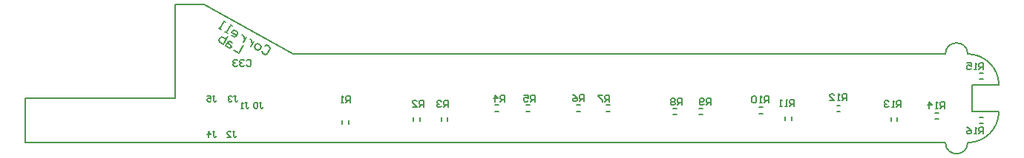
<source format=gbo>
%FSLAX23Y23*%
%MOIN*%
G70*
G01*
G75*
G04 Layer_Color=32896*
%ADD10R,0.028X0.035*%
%ADD11R,0.063X0.016*%
%ADD12R,0.014X0.063*%
%ADD13O,0.055X0.018*%
%ADD14R,0.035X0.031*%
%ADD15C,0.015*%
%ADD16C,0.020*%
%ADD17C,0.007*%
%ADD18C,0.005*%
%ADD19C,0.059*%
%ADD20C,0.100*%
%ADD21R,0.059X0.059*%
%ADD22C,0.029*%
%ADD23R,0.039X0.020*%
%ADD24R,0.020X0.039*%
%ADD25R,0.035X0.028*%
%ADD26C,0.010*%
%ADD27C,0.024*%
%ADD28C,0.010*%
%ADD29C,0.008*%
%ADD30R,0.030X0.037*%
%ADD31R,0.065X0.018*%
%ADD32R,0.016X0.065*%
%ADD33O,0.057X0.020*%
%ADD34R,0.037X0.033*%
%ADD35C,0.061*%
%ADD36C,0.102*%
%ADD37R,0.061X0.061*%
%ADD38R,0.041X0.022*%
%ADD39R,0.022X0.041*%
%ADD40R,0.037X0.030*%
D18*
X5530Y3840D02*
Y3870D01*
X5515D01*
X5510Y3865D01*
Y3855D01*
X5515Y3850D01*
X5530D01*
X5520D02*
X5510Y3840D01*
X5500D02*
X5490D01*
X5495D01*
Y3870D01*
X5500Y3865D01*
X5455Y3870D02*
X5465Y3865D01*
X5475Y3855D01*
Y3845D01*
X5470Y3840D01*
X5460D01*
X5455Y3845D01*
Y3850D01*
X5460Y3855D01*
X5475D01*
X5530Y4130D02*
Y4160D01*
X5515D01*
X5510Y4155D01*
Y4145D01*
X5515Y4140D01*
X5530D01*
X5520D02*
X5510Y4130D01*
X5500D02*
X5490D01*
X5495D01*
Y4160D01*
X5500Y4155D01*
X5455Y4160D02*
X5475D01*
Y4145D01*
X5465Y4150D01*
X5460D01*
X5455Y4145D01*
Y4135D01*
X5460Y4130D01*
X5470D01*
X5475Y4135D01*
X3515Y3985D02*
Y4015D01*
X3500D01*
X3495Y4010D01*
Y4000D01*
X3500Y3995D01*
X3515D01*
X3505D02*
X3495Y3985D01*
X3465Y4015D02*
X3485D01*
Y4000D01*
X3475Y4005D01*
X3470D01*
X3465Y4000D01*
Y3990D01*
X3470Y3985D01*
X3480D01*
X3485Y3990D01*
X2220Y4150D02*
X2225Y4145D01*
X2235D01*
X2240Y4150D01*
Y4170D01*
X2235Y4175D01*
X2225D01*
X2220Y4170D01*
X2210Y4150D02*
X2205Y4145D01*
X2195D01*
X2190Y4150D01*
Y4155D01*
X2195Y4160D01*
X2200D01*
X2195D01*
X2190Y4165D01*
Y4170D01*
X2195Y4175D01*
X2205D01*
X2210Y4170D01*
X2180Y4150D02*
X2175Y4145D01*
X2165D01*
X2160Y4150D01*
Y4155D01*
X2165Y4160D01*
X2170D01*
X2165D01*
X2160Y4165D01*
Y4170D01*
X2165Y4175D01*
X2175D01*
X2180Y4170D01*
X2685Y3980D02*
Y4010D01*
X2670D01*
X2665Y4005D01*
Y3995D01*
X2670Y3990D01*
X2685D01*
X2675D02*
X2665Y3980D01*
X2655D02*
X2645D01*
X2650D01*
Y4010D01*
X2655Y4005D01*
X3016Y3961D02*
Y3991D01*
X3001D01*
X2996Y3986D01*
Y3976D01*
X3001Y3971D01*
X3016D01*
X3006D02*
X2996Y3961D01*
X2966D02*
X2986D01*
X2966Y3981D01*
Y3986D01*
X2971Y3991D01*
X2981D01*
X2986Y3986D01*
X3125Y3960D02*
Y3990D01*
X3110D01*
X3105Y3985D01*
Y3975D01*
X3110Y3970D01*
X3125D01*
X3115D02*
X3105Y3960D01*
X3095Y3985D02*
X3090Y3990D01*
X3080D01*
X3075Y3985D01*
Y3980D01*
X3080Y3975D01*
X3085D01*
X3080D01*
X3075Y3970D01*
Y3965D01*
X3080Y3960D01*
X3090D01*
X3095Y3965D01*
X3380Y3985D02*
Y4015D01*
X3365D01*
X3360Y4010D01*
Y4000D01*
X3365Y3995D01*
X3380D01*
X3370D02*
X3360Y3985D01*
X3335D02*
Y4015D01*
X3350Y4000D01*
X3330D01*
X3736Y3986D02*
Y4016D01*
X3721D01*
X3716Y4011D01*
Y4001D01*
X3721Y3996D01*
X3736D01*
X3726D02*
X3716Y3986D01*
X3686Y4016D02*
X3696Y4011D01*
X3706Y4001D01*
Y3991D01*
X3701Y3986D01*
X3691D01*
X3686Y3991D01*
Y3996D01*
X3691Y4001D01*
X3706D01*
X3850Y3985D02*
Y4015D01*
X3835D01*
X3830Y4010D01*
Y4000D01*
X3835Y3995D01*
X3850D01*
X3840D02*
X3830Y3985D01*
X3820Y4015D02*
X3800D01*
Y4010D01*
X3820Y3990D01*
Y3985D01*
X4175Y3970D02*
Y4000D01*
X4160D01*
X4155Y3995D01*
Y3985D01*
X4160Y3980D01*
X4175D01*
X4165D02*
X4155Y3970D01*
X4145Y3995D02*
X4140Y4000D01*
X4130D01*
X4125Y3995D01*
Y3990D01*
X4130Y3985D01*
X4125Y3980D01*
Y3975D01*
X4130Y3970D01*
X4140D01*
X4145Y3975D01*
Y3980D01*
X4140Y3985D01*
X4145Y3990D01*
Y3995D01*
X4140Y3985D02*
X4130D01*
X4305Y3970D02*
Y4000D01*
X4290D01*
X4285Y3995D01*
Y3985D01*
X4290Y3980D01*
X4305D01*
X4295D02*
X4285Y3970D01*
X4275Y3975D02*
X4270Y3970D01*
X4260D01*
X4255Y3975D01*
Y3995D01*
X4260Y4000D01*
X4270D01*
X4275Y3995D01*
Y3990D01*
X4270Y3985D01*
X4255D01*
X4565Y3980D02*
Y4010D01*
X4550D01*
X4545Y4005D01*
Y3995D01*
X4550Y3990D01*
X4565D01*
X4555D02*
X4545Y3980D01*
X4535D02*
X4525D01*
X4530D01*
Y4010D01*
X4535Y4005D01*
X4510D02*
X4505Y4010D01*
X4495D01*
X4490Y4005D01*
Y3985D01*
X4495Y3980D01*
X4505D01*
X4510Y3985D01*
Y4005D01*
X4680Y3965D02*
Y3995D01*
X4665D01*
X4660Y3990D01*
Y3980D01*
X4665Y3975D01*
X4680D01*
X4670D02*
X4660Y3965D01*
X4650D02*
X4640D01*
X4645D01*
Y3995D01*
X4650Y3990D01*
X4625Y3965D02*
X4615D01*
X4620D01*
Y3995D01*
X4625Y3990D01*
X4915Y3990D02*
Y4020D01*
X4900D01*
X4895Y4015D01*
Y4005D01*
X4900Y4000D01*
X4915D01*
X4905D02*
X4895Y3990D01*
X4885D02*
X4875D01*
X4880D01*
Y4020D01*
X4885Y4015D01*
X4840Y3990D02*
X4860D01*
X4840Y4010D01*
Y4015D01*
X4845Y4020D01*
X4855D01*
X4860Y4015D01*
X5160Y3960D02*
Y3990D01*
X5145D01*
X5140Y3985D01*
Y3975D01*
X5145Y3970D01*
X5160D01*
X5150D02*
X5140Y3960D01*
X5130D02*
X5120D01*
X5125D01*
Y3990D01*
X5130Y3985D01*
X5105D02*
X5100Y3990D01*
X5090D01*
X5085Y3985D01*
Y3980D01*
X5090Y3975D01*
X5095D01*
X5090D01*
X5085Y3970D01*
Y3965D01*
X5090Y3960D01*
X5100D01*
X5105Y3965D01*
X5355Y3955D02*
Y3985D01*
X5340D01*
X5335Y3980D01*
Y3970D01*
X5340Y3965D01*
X5355D01*
X5345D02*
X5335Y3955D01*
X5325D02*
X5315D01*
X5320D01*
Y3985D01*
X5325Y3980D01*
X5285Y3955D02*
Y3985D01*
X5300Y3970D01*
X5280D01*
X2278Y3980D02*
X2287D01*
X2283D01*
Y3959D01*
X2287Y3955D01*
X2291D01*
X2295Y3959D01*
X2270Y3976D02*
X2266Y3980D01*
X2258D01*
X2253Y3976D01*
Y3959D01*
X2258Y3955D01*
X2266D01*
X2270Y3959D01*
Y3976D01*
X2213Y3980D02*
X2222D01*
X2218D01*
Y3959D01*
X2222Y3955D01*
X2226D01*
X2230Y3959D01*
X2205Y3955D02*
X2197D01*
X2201D01*
Y3980D01*
X2205Y3976D01*
X2158Y3850D02*
X2167D01*
X2163D01*
Y3829D01*
X2167Y3825D01*
X2171D01*
X2175Y3829D01*
X2133Y3825D02*
X2150D01*
X2133Y3842D01*
Y3846D01*
X2138Y3850D01*
X2146D01*
X2150Y3846D01*
X2163Y4010D02*
X2172D01*
X2168D01*
Y3989D01*
X2172Y3985D01*
X2176D01*
X2180Y3989D01*
X2155Y4006D02*
X2151Y4010D01*
X2143D01*
X2138Y4006D01*
Y4002D01*
X2143Y3997D01*
X2147D01*
X2143D01*
X2138Y3993D01*
Y3989D01*
X2143Y3985D01*
X2151D01*
X2155Y3989D01*
X2068Y3850D02*
X2077D01*
X2073D01*
Y3829D01*
X2077Y3825D01*
X2081D01*
X2085Y3829D01*
X2048Y3825D02*
Y3850D01*
X2060Y3837D01*
X2043D01*
X2068Y4010D02*
X2077D01*
X2073D01*
Y3989D01*
X2077Y3985D01*
X2081D01*
X2085Y3989D01*
X2043Y4010D02*
X2060D01*
Y3997D01*
X2052Y4002D01*
X2048D01*
X2043Y3997D01*
Y3989D01*
X2048Y3985D01*
X2056D01*
X2060Y3989D01*
X2205Y4240D02*
X2185Y4205D01*
X2162Y4218D01*
X2157Y4251D02*
X2146Y4258D01*
X2137Y4255D01*
X2127Y4238D01*
X2144Y4228D01*
X2153Y4230D01*
X2151Y4239D01*
X2133Y4249D01*
X2135Y4279D02*
X2115Y4244D01*
X2098Y4254D01*
X2095Y4263D01*
X2099Y4269D01*
X2102Y4275D01*
X2111Y4277D01*
X2128Y4267D01*
X2303Y4237D02*
X2312Y4240D01*
X2324Y4233D01*
X2326Y4224D01*
X2313Y4201D01*
X2304Y4198D01*
X2293Y4205D01*
X2290Y4214D01*
X2269Y4218D02*
X2258Y4224D01*
X2255Y4233D01*
X2262Y4245D01*
X2271Y4248D01*
X2282Y4241D01*
X2285Y4232D01*
X2278Y4220D01*
X2269Y4218D01*
X2253Y4257D02*
X2240Y4234D01*
X2247Y4246D01*
X2244Y4255D01*
X2242Y4264D01*
X2236Y4267D01*
X2219Y4277D02*
X2205Y4254D01*
X2212Y4265D01*
X2209Y4274D01*
X2207Y4283D01*
X2201Y4287D01*
X2153Y4283D02*
X2165Y4277D01*
X2174Y4279D01*
X2180Y4291D01*
X2178Y4300D01*
X2166Y4306D01*
X2157Y4304D01*
X2154Y4298D01*
X2177Y4285D01*
X2136Y4293D02*
X2124Y4299D01*
X2130Y4296D01*
X2150Y4331D01*
X2155Y4328D01*
X2107Y4309D02*
X2095Y4316D01*
X2101Y4313D01*
X2120Y4347D01*
X2126Y4344D01*
X5460Y4200D02*
G03*
X5360Y4200I-50J0D01*
G01*
X5600Y4060D02*
G03*
X5460Y4200I-140J0D01*
G01*
X5360Y3800D02*
G03*
X5460Y3800I50J0D01*
G01*
D02*
G03*
X5600Y3940I0J140D01*
G01*
X1900Y4000D02*
Y4425D01*
X2430Y4200D02*
X5360D01*
X5480Y4060D02*
X5600D01*
X1225Y4000D02*
X1900D01*
X2030Y4425D02*
X2430Y4200D01*
X5480Y3940D02*
X5600D01*
X1225Y3800D02*
Y4000D01*
X1900Y4425D02*
X2030D01*
X5480Y3940D02*
Y4060D01*
X1225Y3800D02*
X5360D01*
D29*
X5512Y3886D02*
X5528D01*
X5512Y3914D02*
X5528D01*
X5512Y4086D02*
X5528D01*
X5512Y4114D02*
X5528D01*
X3477Y3941D02*
X3493D01*
X3477Y3969D02*
X3493D01*
X3702Y3969D02*
X3718D01*
X3702Y3941D02*
X3718D01*
X3337Y3969D02*
X3353D01*
X3337Y3941D02*
X3353D01*
X3124Y3897D02*
Y3913D01*
X3096Y3897D02*
Y3913D01*
X4872Y3968D02*
X4887D01*
X4872Y3941D02*
X4887D01*
X4252Y3926D02*
X4268D01*
X4252Y3954D02*
X4268D01*
X2679Y3885D02*
Y3900D01*
X2651Y3885D02*
Y3900D01*
X3837Y3941D02*
X3853D01*
X3837Y3969D02*
X3853D01*
X4668Y3902D02*
Y3917D01*
X4641Y3902D02*
Y3917D01*
X4137Y3954D02*
X4152D01*
X4137Y3926D02*
X4152D01*
X5144Y3897D02*
Y3913D01*
X5116Y3897D02*
Y3913D01*
X5312Y3934D02*
X5328D01*
X5312Y3906D02*
X5328D01*
X4522Y3959D02*
X4538D01*
X4522Y3931D02*
X4538D01*
X2999Y3897D02*
Y3913D01*
X2971Y3897D02*
Y3913D01*
M02*

</source>
